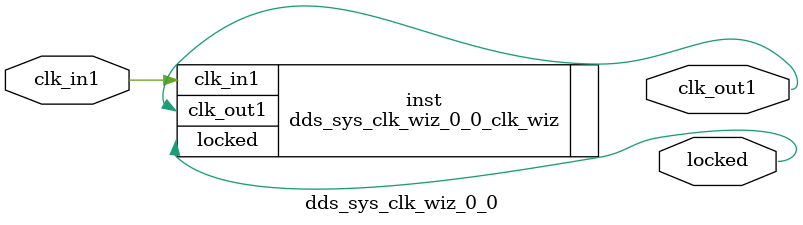
<source format=v>


`timescale 1ps/1ps

(* CORE_GENERATION_INFO = "dds_sys_clk_wiz_0_0,clk_wiz_v6_0_3_0_0,{component_name=dds_sys_clk_wiz_0_0,use_phase_alignment=true,use_min_o_jitter=false,use_max_i_jitter=false,use_dyn_phase_shift=false,use_inclk_switchover=false,use_dyn_reconfig=false,enable_axi=0,feedback_source=FDBK_AUTO,PRIMITIVE=MMCM,num_out_clk=1,clkin1_period=8.000,clkin2_period=10.000,use_power_down=false,use_reset=false,use_locked=true,use_inclk_stopped=false,feedback_type=SINGLE,CLOCK_MGR_TYPE=NA,manual_override=false}" *)

module dds_sys_clk_wiz_0_0 
 (
  // Clock out ports
  output        clk_out1,
  // Status and control signals
  output        locked,
 // Clock in ports
  input         clk_in1
 );

  dds_sys_clk_wiz_0_0_clk_wiz inst
  (
  // Clock out ports  
  .clk_out1(clk_out1),
  // Status and control signals               
  .locked(locked),
 // Clock in ports
  .clk_in1(clk_in1)
  );

endmodule

</source>
